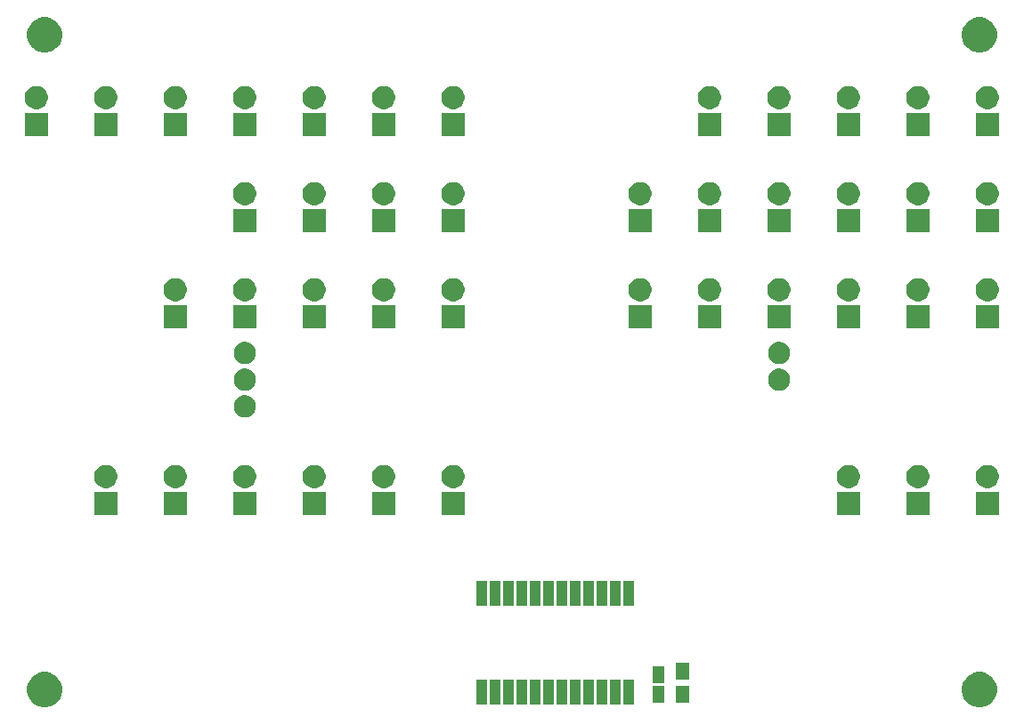
<source format=gbr>
G04 #@! TF.GenerationSoftware,KiCad,Pcbnew,(5.0.2)-1*
G04 #@! TF.CreationDate,2020-05-31T20:05:05-05:00*
G04 #@! TF.ProjectId,Binary_Display,42696e61-7279-45f4-9469-73706c61792e,rev?*
G04 #@! TF.SameCoordinates,Original*
G04 #@! TF.FileFunction,Soldermask,Top*
G04 #@! TF.FilePolarity,Negative*
%FSLAX46Y46*%
G04 Gerber Fmt 4.6, Leading zero omitted, Abs format (unit mm)*
G04 Created by KiCad (PCBNEW (5.0.2)-1) date 5/31/2020 8:05:05 PM*
%MOMM*%
%LPD*%
G01*
G04 APERTURE LIST*
%ADD10C,0.100000*%
G04 APERTURE END LIST*
D10*
G36*
X210083774Y-138644820D02*
X210388277Y-138770949D01*
X210660477Y-138952827D01*
X210662326Y-138954063D01*
X210895377Y-139187114D01*
X210895379Y-139187117D01*
X211078491Y-139461163D01*
X211204620Y-139765666D01*
X211268920Y-140088924D01*
X211268920Y-140418516D01*
X211204620Y-140741774D01*
X211078491Y-141046277D01*
X210896613Y-141318477D01*
X210895377Y-141320326D01*
X210662326Y-141553377D01*
X210662323Y-141553379D01*
X210388277Y-141736491D01*
X210083774Y-141862620D01*
X209760517Y-141926920D01*
X209430923Y-141926920D01*
X209107666Y-141862620D01*
X208803163Y-141736491D01*
X208529117Y-141553379D01*
X208529114Y-141553377D01*
X208296063Y-141320326D01*
X208294827Y-141318477D01*
X208112949Y-141046277D01*
X207986820Y-140741774D01*
X207922520Y-140418516D01*
X207922520Y-140088924D01*
X207986820Y-139765666D01*
X208112949Y-139461163D01*
X208296061Y-139187117D01*
X208296063Y-139187114D01*
X208529114Y-138954063D01*
X208530963Y-138952827D01*
X208803163Y-138770949D01*
X209107666Y-138644820D01*
X209430923Y-138580520D01*
X209760517Y-138580520D01*
X210083774Y-138644820D01*
X210083774Y-138644820D01*
G37*
G36*
X121193934Y-138644820D02*
X121498437Y-138770949D01*
X121770637Y-138952827D01*
X121772486Y-138954063D01*
X122005537Y-139187114D01*
X122005539Y-139187117D01*
X122188651Y-139461163D01*
X122314780Y-139765666D01*
X122379080Y-140088924D01*
X122379080Y-140418516D01*
X122314780Y-140741774D01*
X122188651Y-141046277D01*
X122006773Y-141318477D01*
X122005537Y-141320326D01*
X121772486Y-141553377D01*
X121772483Y-141553379D01*
X121498437Y-141736491D01*
X121193934Y-141862620D01*
X120870677Y-141926920D01*
X120541083Y-141926920D01*
X120217826Y-141862620D01*
X119913323Y-141736491D01*
X119639277Y-141553379D01*
X119639274Y-141553377D01*
X119406223Y-141320326D01*
X119404987Y-141318477D01*
X119223109Y-141046277D01*
X119096980Y-140741774D01*
X119032680Y-140418516D01*
X119032680Y-140088924D01*
X119096980Y-139765666D01*
X119223109Y-139461163D01*
X119406221Y-139187117D01*
X119406223Y-139187114D01*
X119639274Y-138954063D01*
X119641123Y-138952827D01*
X119913323Y-138770949D01*
X120217826Y-138644820D01*
X120541083Y-138580520D01*
X120870677Y-138580520D01*
X121193934Y-138644820D01*
X121193934Y-138644820D01*
G37*
G36*
X174236000Y-141664000D02*
X173236000Y-141664000D01*
X173236000Y-139264000D01*
X174236000Y-139264000D01*
X174236000Y-141664000D01*
X174236000Y-141664000D01*
G37*
G36*
X175506000Y-141664000D02*
X174506000Y-141664000D01*
X174506000Y-139264000D01*
X175506000Y-139264000D01*
X175506000Y-141664000D01*
X175506000Y-141664000D01*
G37*
G36*
X171696000Y-141664000D02*
X170696000Y-141664000D01*
X170696000Y-139264000D01*
X171696000Y-139264000D01*
X171696000Y-141664000D01*
X171696000Y-141664000D01*
G37*
G36*
X170426000Y-141664000D02*
X169426000Y-141664000D01*
X169426000Y-139264000D01*
X170426000Y-139264000D01*
X170426000Y-141664000D01*
X170426000Y-141664000D01*
G37*
G36*
X169156000Y-141664000D02*
X168156000Y-141664000D01*
X168156000Y-139264000D01*
X169156000Y-139264000D01*
X169156000Y-141664000D01*
X169156000Y-141664000D01*
G37*
G36*
X167886000Y-141664000D02*
X166886000Y-141664000D01*
X166886000Y-139264000D01*
X167886000Y-139264000D01*
X167886000Y-141664000D01*
X167886000Y-141664000D01*
G37*
G36*
X166616000Y-141664000D02*
X165616000Y-141664000D01*
X165616000Y-139264000D01*
X166616000Y-139264000D01*
X166616000Y-141664000D01*
X166616000Y-141664000D01*
G37*
G36*
X165346000Y-141664000D02*
X164346000Y-141664000D01*
X164346000Y-139264000D01*
X165346000Y-139264000D01*
X165346000Y-141664000D01*
X165346000Y-141664000D01*
G37*
G36*
X164076000Y-141664000D02*
X163076000Y-141664000D01*
X163076000Y-139264000D01*
X164076000Y-139264000D01*
X164076000Y-141664000D01*
X164076000Y-141664000D01*
G37*
G36*
X162806000Y-141664000D02*
X161806000Y-141664000D01*
X161806000Y-139264000D01*
X162806000Y-139264000D01*
X162806000Y-141664000D01*
X162806000Y-141664000D01*
G37*
G36*
X176776000Y-141664000D02*
X175776000Y-141664000D01*
X175776000Y-139264000D01*
X176776000Y-139264000D01*
X176776000Y-141664000D01*
X176776000Y-141664000D01*
G37*
G36*
X172966000Y-141664000D02*
X171966000Y-141664000D01*
X171966000Y-139264000D01*
X172966000Y-139264000D01*
X172966000Y-141664000D01*
X172966000Y-141664000D01*
G37*
G36*
X179645000Y-141516000D02*
X178495000Y-141516000D01*
X178495000Y-139916000D01*
X179645000Y-139916000D01*
X179645000Y-141516000D01*
X179645000Y-141516000D01*
G37*
G36*
X182006000Y-141516000D02*
X180706000Y-141516000D01*
X180706000Y-139916000D01*
X182006000Y-139916000D01*
X182006000Y-141516000D01*
X182006000Y-141516000D01*
G37*
G36*
X179645000Y-139616000D02*
X178495000Y-139616000D01*
X178495000Y-138016000D01*
X179645000Y-138016000D01*
X179645000Y-139616000D01*
X179645000Y-139616000D01*
G37*
G36*
X182006000Y-139316000D02*
X180706000Y-139316000D01*
X180706000Y-137716000D01*
X182006000Y-137716000D01*
X182006000Y-139316000D01*
X182006000Y-139316000D01*
G37*
G36*
X164076000Y-132264000D02*
X163076000Y-132264000D01*
X163076000Y-129864000D01*
X164076000Y-129864000D01*
X164076000Y-132264000D01*
X164076000Y-132264000D01*
G37*
G36*
X166616000Y-132264000D02*
X165616000Y-132264000D01*
X165616000Y-129864000D01*
X166616000Y-129864000D01*
X166616000Y-132264000D01*
X166616000Y-132264000D01*
G37*
G36*
X167886000Y-132264000D02*
X166886000Y-132264000D01*
X166886000Y-129864000D01*
X167886000Y-129864000D01*
X167886000Y-132264000D01*
X167886000Y-132264000D01*
G37*
G36*
X169156000Y-132264000D02*
X168156000Y-132264000D01*
X168156000Y-129864000D01*
X169156000Y-129864000D01*
X169156000Y-132264000D01*
X169156000Y-132264000D01*
G37*
G36*
X170426000Y-132264000D02*
X169426000Y-132264000D01*
X169426000Y-129864000D01*
X170426000Y-129864000D01*
X170426000Y-132264000D01*
X170426000Y-132264000D01*
G37*
G36*
X171696000Y-132264000D02*
X170696000Y-132264000D01*
X170696000Y-129864000D01*
X171696000Y-129864000D01*
X171696000Y-132264000D01*
X171696000Y-132264000D01*
G37*
G36*
X174236000Y-132264000D02*
X173236000Y-132264000D01*
X173236000Y-129864000D01*
X174236000Y-129864000D01*
X174236000Y-132264000D01*
X174236000Y-132264000D01*
G37*
G36*
X176776000Y-132264000D02*
X175776000Y-132264000D01*
X175776000Y-129864000D01*
X176776000Y-129864000D01*
X176776000Y-132264000D01*
X176776000Y-132264000D01*
G37*
G36*
X172966000Y-132264000D02*
X171966000Y-132264000D01*
X171966000Y-129864000D01*
X172966000Y-129864000D01*
X172966000Y-132264000D01*
X172966000Y-132264000D01*
G37*
G36*
X162806000Y-132264000D02*
X161806000Y-132264000D01*
X161806000Y-129864000D01*
X162806000Y-129864000D01*
X162806000Y-132264000D01*
X162806000Y-132264000D01*
G37*
G36*
X175506000Y-132264000D02*
X174506000Y-132264000D01*
X174506000Y-129864000D01*
X175506000Y-129864000D01*
X175506000Y-132264000D01*
X175506000Y-132264000D01*
G37*
G36*
X165346000Y-132264000D02*
X164346000Y-132264000D01*
X164346000Y-129864000D01*
X165346000Y-129864000D01*
X165346000Y-132264000D01*
X165346000Y-132264000D01*
G37*
G36*
X140850800Y-123604200D02*
X138650800Y-123604200D01*
X138650800Y-121404200D01*
X140850800Y-121404200D01*
X140850800Y-123604200D01*
X140850800Y-123604200D01*
G37*
G36*
X211462800Y-123604200D02*
X209262800Y-123604200D01*
X209262800Y-121404200D01*
X211462800Y-121404200D01*
X211462800Y-123604200D01*
X211462800Y-123604200D01*
G37*
G36*
X198254800Y-123604200D02*
X196054800Y-123604200D01*
X196054800Y-121404200D01*
X198254800Y-121404200D01*
X198254800Y-123604200D01*
X198254800Y-123604200D01*
G37*
G36*
X127642800Y-123604200D02*
X125442800Y-123604200D01*
X125442800Y-121404200D01*
X127642800Y-121404200D01*
X127642800Y-123604200D01*
X127642800Y-123604200D01*
G37*
G36*
X134246800Y-123604200D02*
X132046800Y-123604200D01*
X132046800Y-121404200D01*
X134246800Y-121404200D01*
X134246800Y-123604200D01*
X134246800Y-123604200D01*
G37*
G36*
X147454800Y-123604200D02*
X145254800Y-123604200D01*
X145254800Y-121404200D01*
X147454800Y-121404200D01*
X147454800Y-123604200D01*
X147454800Y-123604200D01*
G37*
G36*
X154058800Y-123604200D02*
X151858800Y-123604200D01*
X151858800Y-121404200D01*
X154058800Y-121404200D01*
X154058800Y-123604200D01*
X154058800Y-123604200D01*
G37*
G36*
X204858800Y-123604200D02*
X202658800Y-123604200D01*
X202658800Y-121404200D01*
X204858800Y-121404200D01*
X204858800Y-123604200D01*
X204858800Y-123604200D01*
G37*
G36*
X160662800Y-123604200D02*
X158462800Y-123604200D01*
X158462800Y-121404200D01*
X160662800Y-121404200D01*
X160662800Y-123604200D01*
X160662800Y-123604200D01*
G37*
G36*
X204079657Y-118906472D02*
X204279842Y-118989391D01*
X204460013Y-119109778D01*
X204613222Y-119262987D01*
X204733609Y-119443158D01*
X204816528Y-119643343D01*
X204858800Y-119855858D01*
X204858800Y-120072542D01*
X204816528Y-120285057D01*
X204733609Y-120485242D01*
X204613222Y-120665413D01*
X204460013Y-120818622D01*
X204279842Y-120939009D01*
X204079657Y-121021928D01*
X203867142Y-121064200D01*
X203650458Y-121064200D01*
X203437943Y-121021928D01*
X203237758Y-120939009D01*
X203057587Y-120818622D01*
X202904378Y-120665413D01*
X202783991Y-120485242D01*
X202701072Y-120285057D01*
X202658800Y-120072542D01*
X202658800Y-119855858D01*
X202701072Y-119643343D01*
X202783991Y-119443158D01*
X202904378Y-119262987D01*
X203057587Y-119109778D01*
X203237758Y-118989391D01*
X203437943Y-118906472D01*
X203650458Y-118864200D01*
X203867142Y-118864200D01*
X204079657Y-118906472D01*
X204079657Y-118906472D01*
G37*
G36*
X133467657Y-118906472D02*
X133667842Y-118989391D01*
X133848013Y-119109778D01*
X134001222Y-119262987D01*
X134121609Y-119443158D01*
X134204528Y-119643343D01*
X134246800Y-119855858D01*
X134246800Y-120072542D01*
X134204528Y-120285057D01*
X134121609Y-120485242D01*
X134001222Y-120665413D01*
X133848013Y-120818622D01*
X133667842Y-120939009D01*
X133467657Y-121021928D01*
X133255142Y-121064200D01*
X133038458Y-121064200D01*
X132825943Y-121021928D01*
X132625758Y-120939009D01*
X132445587Y-120818622D01*
X132292378Y-120665413D01*
X132171991Y-120485242D01*
X132089072Y-120285057D01*
X132046800Y-120072542D01*
X132046800Y-119855858D01*
X132089072Y-119643343D01*
X132171991Y-119443158D01*
X132292378Y-119262987D01*
X132445587Y-119109778D01*
X132625758Y-118989391D01*
X132825943Y-118906472D01*
X133038458Y-118864200D01*
X133255142Y-118864200D01*
X133467657Y-118906472D01*
X133467657Y-118906472D01*
G37*
G36*
X140071657Y-118906472D02*
X140271842Y-118989391D01*
X140452013Y-119109778D01*
X140605222Y-119262987D01*
X140725609Y-119443158D01*
X140808528Y-119643343D01*
X140850800Y-119855858D01*
X140850800Y-120072542D01*
X140808528Y-120285057D01*
X140725609Y-120485242D01*
X140605222Y-120665413D01*
X140452013Y-120818622D01*
X140271842Y-120939009D01*
X140071657Y-121021928D01*
X139859142Y-121064200D01*
X139642458Y-121064200D01*
X139429943Y-121021928D01*
X139229758Y-120939009D01*
X139049587Y-120818622D01*
X138896378Y-120665413D01*
X138775991Y-120485242D01*
X138693072Y-120285057D01*
X138650800Y-120072542D01*
X138650800Y-119855858D01*
X138693072Y-119643343D01*
X138775991Y-119443158D01*
X138896378Y-119262987D01*
X139049587Y-119109778D01*
X139229758Y-118989391D01*
X139429943Y-118906472D01*
X139642458Y-118864200D01*
X139859142Y-118864200D01*
X140071657Y-118906472D01*
X140071657Y-118906472D01*
G37*
G36*
X146675657Y-118906472D02*
X146875842Y-118989391D01*
X147056013Y-119109778D01*
X147209222Y-119262987D01*
X147329609Y-119443158D01*
X147412528Y-119643343D01*
X147454800Y-119855858D01*
X147454800Y-120072542D01*
X147412528Y-120285057D01*
X147329609Y-120485242D01*
X147209222Y-120665413D01*
X147056013Y-120818622D01*
X146875842Y-120939009D01*
X146675657Y-121021928D01*
X146463142Y-121064200D01*
X146246458Y-121064200D01*
X146033943Y-121021928D01*
X145833758Y-120939009D01*
X145653587Y-120818622D01*
X145500378Y-120665413D01*
X145379991Y-120485242D01*
X145297072Y-120285057D01*
X145254800Y-120072542D01*
X145254800Y-119855858D01*
X145297072Y-119643343D01*
X145379991Y-119443158D01*
X145500378Y-119262987D01*
X145653587Y-119109778D01*
X145833758Y-118989391D01*
X146033943Y-118906472D01*
X146246458Y-118864200D01*
X146463142Y-118864200D01*
X146675657Y-118906472D01*
X146675657Y-118906472D01*
G37*
G36*
X153279657Y-118906472D02*
X153479842Y-118989391D01*
X153660013Y-119109778D01*
X153813222Y-119262987D01*
X153933609Y-119443158D01*
X154016528Y-119643343D01*
X154058800Y-119855858D01*
X154058800Y-120072542D01*
X154016528Y-120285057D01*
X153933609Y-120485242D01*
X153813222Y-120665413D01*
X153660013Y-120818622D01*
X153479842Y-120939009D01*
X153279657Y-121021928D01*
X153067142Y-121064200D01*
X152850458Y-121064200D01*
X152637943Y-121021928D01*
X152437758Y-120939009D01*
X152257587Y-120818622D01*
X152104378Y-120665413D01*
X151983991Y-120485242D01*
X151901072Y-120285057D01*
X151858800Y-120072542D01*
X151858800Y-119855858D01*
X151901072Y-119643343D01*
X151983991Y-119443158D01*
X152104378Y-119262987D01*
X152257587Y-119109778D01*
X152437758Y-118989391D01*
X152637943Y-118906472D01*
X152850458Y-118864200D01*
X153067142Y-118864200D01*
X153279657Y-118906472D01*
X153279657Y-118906472D01*
G37*
G36*
X159883657Y-118906472D02*
X160083842Y-118989391D01*
X160264013Y-119109778D01*
X160417222Y-119262987D01*
X160537609Y-119443158D01*
X160620528Y-119643343D01*
X160662800Y-119855858D01*
X160662800Y-120072542D01*
X160620528Y-120285057D01*
X160537609Y-120485242D01*
X160417222Y-120665413D01*
X160264013Y-120818622D01*
X160083842Y-120939009D01*
X159883657Y-121021928D01*
X159671142Y-121064200D01*
X159454458Y-121064200D01*
X159241943Y-121021928D01*
X159041758Y-120939009D01*
X158861587Y-120818622D01*
X158708378Y-120665413D01*
X158587991Y-120485242D01*
X158505072Y-120285057D01*
X158462800Y-120072542D01*
X158462800Y-119855858D01*
X158505072Y-119643343D01*
X158587991Y-119443158D01*
X158708378Y-119262987D01*
X158861587Y-119109778D01*
X159041758Y-118989391D01*
X159241943Y-118906472D01*
X159454458Y-118864200D01*
X159671142Y-118864200D01*
X159883657Y-118906472D01*
X159883657Y-118906472D01*
G37*
G36*
X197475657Y-118906472D02*
X197675842Y-118989391D01*
X197856013Y-119109778D01*
X198009222Y-119262987D01*
X198129609Y-119443158D01*
X198212528Y-119643343D01*
X198254800Y-119855858D01*
X198254800Y-120072542D01*
X198212528Y-120285057D01*
X198129609Y-120485242D01*
X198009222Y-120665413D01*
X197856013Y-120818622D01*
X197675842Y-120939009D01*
X197475657Y-121021928D01*
X197263142Y-121064200D01*
X197046458Y-121064200D01*
X196833943Y-121021928D01*
X196633758Y-120939009D01*
X196453587Y-120818622D01*
X196300378Y-120665413D01*
X196179991Y-120485242D01*
X196097072Y-120285057D01*
X196054800Y-120072542D01*
X196054800Y-119855858D01*
X196097072Y-119643343D01*
X196179991Y-119443158D01*
X196300378Y-119262987D01*
X196453587Y-119109778D01*
X196633758Y-118989391D01*
X196833943Y-118906472D01*
X197046458Y-118864200D01*
X197263142Y-118864200D01*
X197475657Y-118906472D01*
X197475657Y-118906472D01*
G37*
G36*
X210683657Y-118906472D02*
X210883842Y-118989391D01*
X211064013Y-119109778D01*
X211217222Y-119262987D01*
X211337609Y-119443158D01*
X211420528Y-119643343D01*
X211462800Y-119855858D01*
X211462800Y-120072542D01*
X211420528Y-120285057D01*
X211337609Y-120485242D01*
X211217222Y-120665413D01*
X211064013Y-120818622D01*
X210883842Y-120939009D01*
X210683657Y-121021928D01*
X210471142Y-121064200D01*
X210254458Y-121064200D01*
X210041943Y-121021928D01*
X209841758Y-120939009D01*
X209661587Y-120818622D01*
X209508378Y-120665413D01*
X209387991Y-120485242D01*
X209305072Y-120285057D01*
X209262800Y-120072542D01*
X209262800Y-119855858D01*
X209305072Y-119643343D01*
X209387991Y-119443158D01*
X209508378Y-119262987D01*
X209661587Y-119109778D01*
X209841758Y-118989391D01*
X210041943Y-118906472D01*
X210254458Y-118864200D01*
X210471142Y-118864200D01*
X210683657Y-118906472D01*
X210683657Y-118906472D01*
G37*
G36*
X126863657Y-118906472D02*
X127063842Y-118989391D01*
X127244013Y-119109778D01*
X127397222Y-119262987D01*
X127517609Y-119443158D01*
X127600528Y-119643343D01*
X127642800Y-119855858D01*
X127642800Y-120072542D01*
X127600528Y-120285057D01*
X127517609Y-120485242D01*
X127397222Y-120665413D01*
X127244013Y-120818622D01*
X127063842Y-120939009D01*
X126863657Y-121021928D01*
X126651142Y-121064200D01*
X126434458Y-121064200D01*
X126221943Y-121021928D01*
X126021758Y-120939009D01*
X125841587Y-120818622D01*
X125688378Y-120665413D01*
X125567991Y-120485242D01*
X125485072Y-120285057D01*
X125442800Y-120072542D01*
X125442800Y-119855858D01*
X125485072Y-119643343D01*
X125567991Y-119443158D01*
X125688378Y-119262987D01*
X125841587Y-119109778D01*
X126021758Y-118989391D01*
X126221943Y-118906472D01*
X126434458Y-118864200D01*
X126651142Y-118864200D01*
X126863657Y-118906472D01*
X126863657Y-118906472D01*
G37*
G36*
X139876688Y-112238470D02*
X140057074Y-112274350D01*
X140248162Y-112353502D01*
X140420136Y-112468411D01*
X140566389Y-112614664D01*
X140681298Y-112786638D01*
X140760450Y-112977726D01*
X140800800Y-113180584D01*
X140800800Y-113387416D01*
X140760450Y-113590274D01*
X140681298Y-113781362D01*
X140566389Y-113953336D01*
X140420136Y-114099589D01*
X140248162Y-114214498D01*
X140057074Y-114293650D01*
X139876688Y-114329530D01*
X139854217Y-114334000D01*
X139647383Y-114334000D01*
X139624912Y-114329530D01*
X139444526Y-114293650D01*
X139253438Y-114214498D01*
X139081464Y-114099589D01*
X138935211Y-113953336D01*
X138820302Y-113781362D01*
X138741150Y-113590274D01*
X138700800Y-113387416D01*
X138700800Y-113180584D01*
X138741150Y-112977726D01*
X138820302Y-112786638D01*
X138935211Y-112614664D01*
X139081464Y-112468411D01*
X139253438Y-112353502D01*
X139444526Y-112274350D01*
X139624912Y-112238470D01*
X139647383Y-112234000D01*
X139854217Y-112234000D01*
X139876688Y-112238470D01*
X139876688Y-112238470D01*
G37*
G36*
X139876688Y-109698470D02*
X140057074Y-109734350D01*
X140248162Y-109813502D01*
X140420136Y-109928411D01*
X140566389Y-110074664D01*
X140681298Y-110246638D01*
X140760450Y-110437726D01*
X140800800Y-110640584D01*
X140800800Y-110847416D01*
X140760450Y-111050274D01*
X140681298Y-111241362D01*
X140566389Y-111413336D01*
X140420136Y-111559589D01*
X140248162Y-111674498D01*
X140057074Y-111753650D01*
X139876688Y-111789530D01*
X139854217Y-111794000D01*
X139647383Y-111794000D01*
X139624912Y-111789530D01*
X139444526Y-111753650D01*
X139253438Y-111674498D01*
X139081464Y-111559589D01*
X138935211Y-111413336D01*
X138820302Y-111241362D01*
X138741150Y-111050274D01*
X138700800Y-110847416D01*
X138700800Y-110640584D01*
X138741150Y-110437726D01*
X138820302Y-110246638D01*
X138935211Y-110074664D01*
X139081464Y-109928411D01*
X139253438Y-109813502D01*
X139444526Y-109734350D01*
X139624912Y-109698470D01*
X139647383Y-109694000D01*
X139854217Y-109694000D01*
X139876688Y-109698470D01*
X139876688Y-109698470D01*
G37*
G36*
X190676688Y-109698470D02*
X190857074Y-109734350D01*
X191048162Y-109813502D01*
X191220136Y-109928411D01*
X191366389Y-110074664D01*
X191481298Y-110246638D01*
X191560450Y-110437726D01*
X191600800Y-110640584D01*
X191600800Y-110847416D01*
X191560450Y-111050274D01*
X191481298Y-111241362D01*
X191366389Y-111413336D01*
X191220136Y-111559589D01*
X191048162Y-111674498D01*
X190857074Y-111753650D01*
X190676688Y-111789530D01*
X190654217Y-111794000D01*
X190447383Y-111794000D01*
X190424912Y-111789530D01*
X190244526Y-111753650D01*
X190053438Y-111674498D01*
X189881464Y-111559589D01*
X189735211Y-111413336D01*
X189620302Y-111241362D01*
X189541150Y-111050274D01*
X189500800Y-110847416D01*
X189500800Y-110640584D01*
X189541150Y-110437726D01*
X189620302Y-110246638D01*
X189735211Y-110074664D01*
X189881464Y-109928411D01*
X190053438Y-109813502D01*
X190244526Y-109734350D01*
X190424912Y-109698470D01*
X190447383Y-109694000D01*
X190654217Y-109694000D01*
X190676688Y-109698470D01*
X190676688Y-109698470D01*
G37*
G36*
X190676688Y-107158470D02*
X190857074Y-107194350D01*
X191048162Y-107273502D01*
X191220136Y-107388411D01*
X191366389Y-107534664D01*
X191481298Y-107706638D01*
X191560450Y-107897726D01*
X191600800Y-108100584D01*
X191600800Y-108307416D01*
X191560450Y-108510274D01*
X191481298Y-108701362D01*
X191366389Y-108873336D01*
X191220136Y-109019589D01*
X191048162Y-109134498D01*
X190857074Y-109213650D01*
X190676688Y-109249530D01*
X190654217Y-109254000D01*
X190447383Y-109254000D01*
X190424912Y-109249530D01*
X190244526Y-109213650D01*
X190053438Y-109134498D01*
X189881464Y-109019589D01*
X189735211Y-108873336D01*
X189620302Y-108701362D01*
X189541150Y-108510274D01*
X189500800Y-108307416D01*
X189500800Y-108100584D01*
X189541150Y-107897726D01*
X189620302Y-107706638D01*
X189735211Y-107534664D01*
X189881464Y-107388411D01*
X190053438Y-107273502D01*
X190244526Y-107194350D01*
X190424912Y-107158470D01*
X190447383Y-107154000D01*
X190654217Y-107154000D01*
X190676688Y-107158470D01*
X190676688Y-107158470D01*
G37*
G36*
X139876688Y-107158470D02*
X140057074Y-107194350D01*
X140248162Y-107273502D01*
X140420136Y-107388411D01*
X140566389Y-107534664D01*
X140681298Y-107706638D01*
X140760450Y-107897726D01*
X140800800Y-108100584D01*
X140800800Y-108307416D01*
X140760450Y-108510274D01*
X140681298Y-108701362D01*
X140566389Y-108873336D01*
X140420136Y-109019589D01*
X140248162Y-109134498D01*
X140057074Y-109213650D01*
X139876688Y-109249530D01*
X139854217Y-109254000D01*
X139647383Y-109254000D01*
X139624912Y-109249530D01*
X139444526Y-109213650D01*
X139253438Y-109134498D01*
X139081464Y-109019589D01*
X138935211Y-108873336D01*
X138820302Y-108701362D01*
X138741150Y-108510274D01*
X138700800Y-108307416D01*
X138700800Y-108100584D01*
X138741150Y-107897726D01*
X138820302Y-107706638D01*
X138935211Y-107534664D01*
X139081464Y-107388411D01*
X139253438Y-107273502D01*
X139444526Y-107194350D01*
X139624912Y-107158470D01*
X139647383Y-107154000D01*
X139854217Y-107154000D01*
X139876688Y-107158470D01*
X139876688Y-107158470D01*
G37*
G36*
X191650800Y-105824200D02*
X189450800Y-105824200D01*
X189450800Y-103624200D01*
X191650800Y-103624200D01*
X191650800Y-105824200D01*
X191650800Y-105824200D01*
G37*
G36*
X198254800Y-105824200D02*
X196054800Y-105824200D01*
X196054800Y-103624200D01*
X198254800Y-103624200D01*
X198254800Y-105824200D01*
X198254800Y-105824200D01*
G37*
G36*
X185046800Y-105824200D02*
X182846800Y-105824200D01*
X182846800Y-103624200D01*
X185046800Y-103624200D01*
X185046800Y-105824200D01*
X185046800Y-105824200D01*
G37*
G36*
X204858800Y-105824200D02*
X202658800Y-105824200D01*
X202658800Y-103624200D01*
X204858800Y-103624200D01*
X204858800Y-105824200D01*
X204858800Y-105824200D01*
G37*
G36*
X211462800Y-105824200D02*
X209262800Y-105824200D01*
X209262800Y-103624200D01*
X211462800Y-103624200D01*
X211462800Y-105824200D01*
X211462800Y-105824200D01*
G37*
G36*
X160662800Y-105824200D02*
X158462800Y-105824200D01*
X158462800Y-103624200D01*
X160662800Y-103624200D01*
X160662800Y-105824200D01*
X160662800Y-105824200D01*
G37*
G36*
X178442800Y-105824200D02*
X176242800Y-105824200D01*
X176242800Y-103624200D01*
X178442800Y-103624200D01*
X178442800Y-105824200D01*
X178442800Y-105824200D01*
G37*
G36*
X140850800Y-105824200D02*
X138650800Y-105824200D01*
X138650800Y-103624200D01*
X140850800Y-103624200D01*
X140850800Y-105824200D01*
X140850800Y-105824200D01*
G37*
G36*
X134246800Y-105824200D02*
X132046800Y-105824200D01*
X132046800Y-103624200D01*
X134246800Y-103624200D01*
X134246800Y-105824200D01*
X134246800Y-105824200D01*
G37*
G36*
X154058800Y-105824200D02*
X151858800Y-105824200D01*
X151858800Y-103624200D01*
X154058800Y-103624200D01*
X154058800Y-105824200D01*
X154058800Y-105824200D01*
G37*
G36*
X147454800Y-105824200D02*
X145254800Y-105824200D01*
X145254800Y-103624200D01*
X147454800Y-103624200D01*
X147454800Y-105824200D01*
X147454800Y-105824200D01*
G37*
G36*
X146675657Y-101126472D02*
X146875842Y-101209391D01*
X147056013Y-101329778D01*
X147209222Y-101482987D01*
X147329609Y-101663158D01*
X147412528Y-101863343D01*
X147454800Y-102075858D01*
X147454800Y-102292542D01*
X147412528Y-102505057D01*
X147329609Y-102705242D01*
X147209222Y-102885413D01*
X147056013Y-103038622D01*
X146875842Y-103159009D01*
X146675657Y-103241928D01*
X146463142Y-103284200D01*
X146246458Y-103284200D01*
X146033943Y-103241928D01*
X145833758Y-103159009D01*
X145653587Y-103038622D01*
X145500378Y-102885413D01*
X145379991Y-102705242D01*
X145297072Y-102505057D01*
X145254800Y-102292542D01*
X145254800Y-102075858D01*
X145297072Y-101863343D01*
X145379991Y-101663158D01*
X145500378Y-101482987D01*
X145653587Y-101329778D01*
X145833758Y-101209391D01*
X146033943Y-101126472D01*
X146246458Y-101084200D01*
X146463142Y-101084200D01*
X146675657Y-101126472D01*
X146675657Y-101126472D01*
G37*
G36*
X184267657Y-101126472D02*
X184467842Y-101209391D01*
X184648013Y-101329778D01*
X184801222Y-101482987D01*
X184921609Y-101663158D01*
X185004528Y-101863343D01*
X185046800Y-102075858D01*
X185046800Y-102292542D01*
X185004528Y-102505057D01*
X184921609Y-102705242D01*
X184801222Y-102885413D01*
X184648013Y-103038622D01*
X184467842Y-103159009D01*
X184267657Y-103241928D01*
X184055142Y-103284200D01*
X183838458Y-103284200D01*
X183625943Y-103241928D01*
X183425758Y-103159009D01*
X183245587Y-103038622D01*
X183092378Y-102885413D01*
X182971991Y-102705242D01*
X182889072Y-102505057D01*
X182846800Y-102292542D01*
X182846800Y-102075858D01*
X182889072Y-101863343D01*
X182971991Y-101663158D01*
X183092378Y-101482987D01*
X183245587Y-101329778D01*
X183425758Y-101209391D01*
X183625943Y-101126472D01*
X183838458Y-101084200D01*
X184055142Y-101084200D01*
X184267657Y-101126472D01*
X184267657Y-101126472D01*
G37*
G36*
X133467657Y-101126472D02*
X133667842Y-101209391D01*
X133848013Y-101329778D01*
X134001222Y-101482987D01*
X134121609Y-101663158D01*
X134204528Y-101863343D01*
X134246800Y-102075858D01*
X134246800Y-102292542D01*
X134204528Y-102505057D01*
X134121609Y-102705242D01*
X134001222Y-102885413D01*
X133848013Y-103038622D01*
X133667842Y-103159009D01*
X133467657Y-103241928D01*
X133255142Y-103284200D01*
X133038458Y-103284200D01*
X132825943Y-103241928D01*
X132625758Y-103159009D01*
X132445587Y-103038622D01*
X132292378Y-102885413D01*
X132171991Y-102705242D01*
X132089072Y-102505057D01*
X132046800Y-102292542D01*
X132046800Y-102075858D01*
X132089072Y-101863343D01*
X132171991Y-101663158D01*
X132292378Y-101482987D01*
X132445587Y-101329778D01*
X132625758Y-101209391D01*
X132825943Y-101126472D01*
X133038458Y-101084200D01*
X133255142Y-101084200D01*
X133467657Y-101126472D01*
X133467657Y-101126472D01*
G37*
G36*
X140071657Y-101126472D02*
X140271842Y-101209391D01*
X140452013Y-101329778D01*
X140605222Y-101482987D01*
X140725609Y-101663158D01*
X140808528Y-101863343D01*
X140850800Y-102075858D01*
X140850800Y-102292542D01*
X140808528Y-102505057D01*
X140725609Y-102705242D01*
X140605222Y-102885413D01*
X140452013Y-103038622D01*
X140271842Y-103159009D01*
X140071657Y-103241928D01*
X139859142Y-103284200D01*
X139642458Y-103284200D01*
X139429943Y-103241928D01*
X139229758Y-103159009D01*
X139049587Y-103038622D01*
X138896378Y-102885413D01*
X138775991Y-102705242D01*
X138693072Y-102505057D01*
X138650800Y-102292542D01*
X138650800Y-102075858D01*
X138693072Y-101863343D01*
X138775991Y-101663158D01*
X138896378Y-101482987D01*
X139049587Y-101329778D01*
X139229758Y-101209391D01*
X139429943Y-101126472D01*
X139642458Y-101084200D01*
X139859142Y-101084200D01*
X140071657Y-101126472D01*
X140071657Y-101126472D01*
G37*
G36*
X153279657Y-101126472D02*
X153479842Y-101209391D01*
X153660013Y-101329778D01*
X153813222Y-101482987D01*
X153933609Y-101663158D01*
X154016528Y-101863343D01*
X154058800Y-102075858D01*
X154058800Y-102292542D01*
X154016528Y-102505057D01*
X153933609Y-102705242D01*
X153813222Y-102885413D01*
X153660013Y-103038622D01*
X153479842Y-103159009D01*
X153279657Y-103241928D01*
X153067142Y-103284200D01*
X152850458Y-103284200D01*
X152637943Y-103241928D01*
X152437758Y-103159009D01*
X152257587Y-103038622D01*
X152104378Y-102885413D01*
X151983991Y-102705242D01*
X151901072Y-102505057D01*
X151858800Y-102292542D01*
X151858800Y-102075858D01*
X151901072Y-101863343D01*
X151983991Y-101663158D01*
X152104378Y-101482987D01*
X152257587Y-101329778D01*
X152437758Y-101209391D01*
X152637943Y-101126472D01*
X152850458Y-101084200D01*
X153067142Y-101084200D01*
X153279657Y-101126472D01*
X153279657Y-101126472D01*
G37*
G36*
X159883657Y-101126472D02*
X160083842Y-101209391D01*
X160264013Y-101329778D01*
X160417222Y-101482987D01*
X160537609Y-101663158D01*
X160620528Y-101863343D01*
X160662800Y-102075858D01*
X160662800Y-102292542D01*
X160620528Y-102505057D01*
X160537609Y-102705242D01*
X160417222Y-102885413D01*
X160264013Y-103038622D01*
X160083842Y-103159009D01*
X159883657Y-103241928D01*
X159671142Y-103284200D01*
X159454458Y-103284200D01*
X159241943Y-103241928D01*
X159041758Y-103159009D01*
X158861587Y-103038622D01*
X158708378Y-102885413D01*
X158587991Y-102705242D01*
X158505072Y-102505057D01*
X158462800Y-102292542D01*
X158462800Y-102075858D01*
X158505072Y-101863343D01*
X158587991Y-101663158D01*
X158708378Y-101482987D01*
X158861587Y-101329778D01*
X159041758Y-101209391D01*
X159241943Y-101126472D01*
X159454458Y-101084200D01*
X159671142Y-101084200D01*
X159883657Y-101126472D01*
X159883657Y-101126472D01*
G37*
G36*
X210683657Y-101126472D02*
X210883842Y-101209391D01*
X211064013Y-101329778D01*
X211217222Y-101482987D01*
X211337609Y-101663158D01*
X211420528Y-101863343D01*
X211462800Y-102075858D01*
X211462800Y-102292542D01*
X211420528Y-102505057D01*
X211337609Y-102705242D01*
X211217222Y-102885413D01*
X211064013Y-103038622D01*
X210883842Y-103159009D01*
X210683657Y-103241928D01*
X210471142Y-103284200D01*
X210254458Y-103284200D01*
X210041943Y-103241928D01*
X209841758Y-103159009D01*
X209661587Y-103038622D01*
X209508378Y-102885413D01*
X209387991Y-102705242D01*
X209305072Y-102505057D01*
X209262800Y-102292542D01*
X209262800Y-102075858D01*
X209305072Y-101863343D01*
X209387991Y-101663158D01*
X209508378Y-101482987D01*
X209661587Y-101329778D01*
X209841758Y-101209391D01*
X210041943Y-101126472D01*
X210254458Y-101084200D01*
X210471142Y-101084200D01*
X210683657Y-101126472D01*
X210683657Y-101126472D01*
G37*
G36*
X204079657Y-101126472D02*
X204279842Y-101209391D01*
X204460013Y-101329778D01*
X204613222Y-101482987D01*
X204733609Y-101663158D01*
X204816528Y-101863343D01*
X204858800Y-102075858D01*
X204858800Y-102292542D01*
X204816528Y-102505057D01*
X204733609Y-102705242D01*
X204613222Y-102885413D01*
X204460013Y-103038622D01*
X204279842Y-103159009D01*
X204079657Y-103241928D01*
X203867142Y-103284200D01*
X203650458Y-103284200D01*
X203437943Y-103241928D01*
X203237758Y-103159009D01*
X203057587Y-103038622D01*
X202904378Y-102885413D01*
X202783991Y-102705242D01*
X202701072Y-102505057D01*
X202658800Y-102292542D01*
X202658800Y-102075858D01*
X202701072Y-101863343D01*
X202783991Y-101663158D01*
X202904378Y-101482987D01*
X203057587Y-101329778D01*
X203237758Y-101209391D01*
X203437943Y-101126472D01*
X203650458Y-101084200D01*
X203867142Y-101084200D01*
X204079657Y-101126472D01*
X204079657Y-101126472D01*
G37*
G36*
X177663657Y-101126472D02*
X177863842Y-101209391D01*
X178044013Y-101329778D01*
X178197222Y-101482987D01*
X178317609Y-101663158D01*
X178400528Y-101863343D01*
X178442800Y-102075858D01*
X178442800Y-102292542D01*
X178400528Y-102505057D01*
X178317609Y-102705242D01*
X178197222Y-102885413D01*
X178044013Y-103038622D01*
X177863842Y-103159009D01*
X177663657Y-103241928D01*
X177451142Y-103284200D01*
X177234458Y-103284200D01*
X177021943Y-103241928D01*
X176821758Y-103159009D01*
X176641587Y-103038622D01*
X176488378Y-102885413D01*
X176367991Y-102705242D01*
X176285072Y-102505057D01*
X176242800Y-102292542D01*
X176242800Y-102075858D01*
X176285072Y-101863343D01*
X176367991Y-101663158D01*
X176488378Y-101482987D01*
X176641587Y-101329778D01*
X176821758Y-101209391D01*
X177021943Y-101126472D01*
X177234458Y-101084200D01*
X177451142Y-101084200D01*
X177663657Y-101126472D01*
X177663657Y-101126472D01*
G37*
G36*
X197475657Y-101126472D02*
X197675842Y-101209391D01*
X197856013Y-101329778D01*
X198009222Y-101482987D01*
X198129609Y-101663158D01*
X198212528Y-101863343D01*
X198254800Y-102075858D01*
X198254800Y-102292542D01*
X198212528Y-102505057D01*
X198129609Y-102705242D01*
X198009222Y-102885413D01*
X197856013Y-103038622D01*
X197675842Y-103159009D01*
X197475657Y-103241928D01*
X197263142Y-103284200D01*
X197046458Y-103284200D01*
X196833943Y-103241928D01*
X196633758Y-103159009D01*
X196453587Y-103038622D01*
X196300378Y-102885413D01*
X196179991Y-102705242D01*
X196097072Y-102505057D01*
X196054800Y-102292542D01*
X196054800Y-102075858D01*
X196097072Y-101863343D01*
X196179991Y-101663158D01*
X196300378Y-101482987D01*
X196453587Y-101329778D01*
X196633758Y-101209391D01*
X196833943Y-101126472D01*
X197046458Y-101084200D01*
X197263142Y-101084200D01*
X197475657Y-101126472D01*
X197475657Y-101126472D01*
G37*
G36*
X190871657Y-101126472D02*
X191071842Y-101209391D01*
X191252013Y-101329778D01*
X191405222Y-101482987D01*
X191525609Y-101663158D01*
X191608528Y-101863343D01*
X191650800Y-102075858D01*
X191650800Y-102292542D01*
X191608528Y-102505057D01*
X191525609Y-102705242D01*
X191405222Y-102885413D01*
X191252013Y-103038622D01*
X191071842Y-103159009D01*
X190871657Y-103241928D01*
X190659142Y-103284200D01*
X190442458Y-103284200D01*
X190229943Y-103241928D01*
X190029758Y-103159009D01*
X189849587Y-103038622D01*
X189696378Y-102885413D01*
X189575991Y-102705242D01*
X189493072Y-102505057D01*
X189450800Y-102292542D01*
X189450800Y-102075858D01*
X189493072Y-101863343D01*
X189575991Y-101663158D01*
X189696378Y-101482987D01*
X189849587Y-101329778D01*
X190029758Y-101209391D01*
X190229943Y-101126472D01*
X190442458Y-101084200D01*
X190659142Y-101084200D01*
X190871657Y-101126472D01*
X190871657Y-101126472D01*
G37*
G36*
X160662800Y-96680200D02*
X158462800Y-96680200D01*
X158462800Y-94480200D01*
X160662800Y-94480200D01*
X160662800Y-96680200D01*
X160662800Y-96680200D01*
G37*
G36*
X204858800Y-96680200D02*
X202658800Y-96680200D01*
X202658800Y-94480200D01*
X204858800Y-94480200D01*
X204858800Y-96680200D01*
X204858800Y-96680200D01*
G37*
G36*
X211462800Y-96680200D02*
X209262800Y-96680200D01*
X209262800Y-94480200D01*
X211462800Y-94480200D01*
X211462800Y-96680200D01*
X211462800Y-96680200D01*
G37*
G36*
X185046800Y-96680200D02*
X182846800Y-96680200D01*
X182846800Y-94480200D01*
X185046800Y-94480200D01*
X185046800Y-96680200D01*
X185046800Y-96680200D01*
G37*
G36*
X178442800Y-96680200D02*
X176242800Y-96680200D01*
X176242800Y-94480200D01*
X178442800Y-94480200D01*
X178442800Y-96680200D01*
X178442800Y-96680200D01*
G37*
G36*
X198254800Y-96680200D02*
X196054800Y-96680200D01*
X196054800Y-94480200D01*
X198254800Y-94480200D01*
X198254800Y-96680200D01*
X198254800Y-96680200D01*
G37*
G36*
X140850800Y-96680200D02*
X138650800Y-96680200D01*
X138650800Y-94480200D01*
X140850800Y-94480200D01*
X140850800Y-96680200D01*
X140850800Y-96680200D01*
G37*
G36*
X147454800Y-96680200D02*
X145254800Y-96680200D01*
X145254800Y-94480200D01*
X147454800Y-94480200D01*
X147454800Y-96680200D01*
X147454800Y-96680200D01*
G37*
G36*
X154058800Y-96680200D02*
X151858800Y-96680200D01*
X151858800Y-94480200D01*
X154058800Y-94480200D01*
X154058800Y-96680200D01*
X154058800Y-96680200D01*
G37*
G36*
X191650800Y-96680200D02*
X189450800Y-96680200D01*
X189450800Y-94480200D01*
X191650800Y-94480200D01*
X191650800Y-96680200D01*
X191650800Y-96680200D01*
G37*
G36*
X177663657Y-91982472D02*
X177863842Y-92065391D01*
X178044013Y-92185778D01*
X178197222Y-92338987D01*
X178317609Y-92519158D01*
X178400528Y-92719343D01*
X178442800Y-92931858D01*
X178442800Y-93148542D01*
X178400528Y-93361057D01*
X178317609Y-93561242D01*
X178197222Y-93741413D01*
X178044013Y-93894622D01*
X177863842Y-94015009D01*
X177663657Y-94097928D01*
X177451142Y-94140200D01*
X177234458Y-94140200D01*
X177021943Y-94097928D01*
X176821758Y-94015009D01*
X176641587Y-93894622D01*
X176488378Y-93741413D01*
X176367991Y-93561242D01*
X176285072Y-93361057D01*
X176242800Y-93148542D01*
X176242800Y-92931858D01*
X176285072Y-92719343D01*
X176367991Y-92519158D01*
X176488378Y-92338987D01*
X176641587Y-92185778D01*
X176821758Y-92065391D01*
X177021943Y-91982472D01*
X177234458Y-91940200D01*
X177451142Y-91940200D01*
X177663657Y-91982472D01*
X177663657Y-91982472D01*
G37*
G36*
X210683657Y-91982472D02*
X210883842Y-92065391D01*
X211064013Y-92185778D01*
X211217222Y-92338987D01*
X211337609Y-92519158D01*
X211420528Y-92719343D01*
X211462800Y-92931858D01*
X211462800Y-93148542D01*
X211420528Y-93361057D01*
X211337609Y-93561242D01*
X211217222Y-93741413D01*
X211064013Y-93894622D01*
X210883842Y-94015009D01*
X210683657Y-94097928D01*
X210471142Y-94140200D01*
X210254458Y-94140200D01*
X210041943Y-94097928D01*
X209841758Y-94015009D01*
X209661587Y-93894622D01*
X209508378Y-93741413D01*
X209387991Y-93561242D01*
X209305072Y-93361057D01*
X209262800Y-93148542D01*
X209262800Y-92931858D01*
X209305072Y-92719343D01*
X209387991Y-92519158D01*
X209508378Y-92338987D01*
X209661587Y-92185778D01*
X209841758Y-92065391D01*
X210041943Y-91982472D01*
X210254458Y-91940200D01*
X210471142Y-91940200D01*
X210683657Y-91982472D01*
X210683657Y-91982472D01*
G37*
G36*
X190871657Y-91982472D02*
X191071842Y-92065391D01*
X191252013Y-92185778D01*
X191405222Y-92338987D01*
X191525609Y-92519158D01*
X191608528Y-92719343D01*
X191650800Y-92931858D01*
X191650800Y-93148542D01*
X191608528Y-93361057D01*
X191525609Y-93561242D01*
X191405222Y-93741413D01*
X191252013Y-93894622D01*
X191071842Y-94015009D01*
X190871657Y-94097928D01*
X190659142Y-94140200D01*
X190442458Y-94140200D01*
X190229943Y-94097928D01*
X190029758Y-94015009D01*
X189849587Y-93894622D01*
X189696378Y-93741413D01*
X189575991Y-93561242D01*
X189493072Y-93361057D01*
X189450800Y-93148542D01*
X189450800Y-92931858D01*
X189493072Y-92719343D01*
X189575991Y-92519158D01*
X189696378Y-92338987D01*
X189849587Y-92185778D01*
X190029758Y-92065391D01*
X190229943Y-91982472D01*
X190442458Y-91940200D01*
X190659142Y-91940200D01*
X190871657Y-91982472D01*
X190871657Y-91982472D01*
G37*
G36*
X204079657Y-91982472D02*
X204279842Y-92065391D01*
X204460013Y-92185778D01*
X204613222Y-92338987D01*
X204733609Y-92519158D01*
X204816528Y-92719343D01*
X204858800Y-92931858D01*
X204858800Y-93148542D01*
X204816528Y-93361057D01*
X204733609Y-93561242D01*
X204613222Y-93741413D01*
X204460013Y-93894622D01*
X204279842Y-94015009D01*
X204079657Y-94097928D01*
X203867142Y-94140200D01*
X203650458Y-94140200D01*
X203437943Y-94097928D01*
X203237758Y-94015009D01*
X203057587Y-93894622D01*
X202904378Y-93741413D01*
X202783991Y-93561242D01*
X202701072Y-93361057D01*
X202658800Y-93148542D01*
X202658800Y-92931858D01*
X202701072Y-92719343D01*
X202783991Y-92519158D01*
X202904378Y-92338987D01*
X203057587Y-92185778D01*
X203237758Y-92065391D01*
X203437943Y-91982472D01*
X203650458Y-91940200D01*
X203867142Y-91940200D01*
X204079657Y-91982472D01*
X204079657Y-91982472D01*
G37*
G36*
X146675657Y-91982472D02*
X146875842Y-92065391D01*
X147056013Y-92185778D01*
X147209222Y-92338987D01*
X147329609Y-92519158D01*
X147412528Y-92719343D01*
X147454800Y-92931858D01*
X147454800Y-93148542D01*
X147412528Y-93361057D01*
X147329609Y-93561242D01*
X147209222Y-93741413D01*
X147056013Y-93894622D01*
X146875842Y-94015009D01*
X146675657Y-94097928D01*
X146463142Y-94140200D01*
X146246458Y-94140200D01*
X146033943Y-94097928D01*
X145833758Y-94015009D01*
X145653587Y-93894622D01*
X145500378Y-93741413D01*
X145379991Y-93561242D01*
X145297072Y-93361057D01*
X145254800Y-93148542D01*
X145254800Y-92931858D01*
X145297072Y-92719343D01*
X145379991Y-92519158D01*
X145500378Y-92338987D01*
X145653587Y-92185778D01*
X145833758Y-92065391D01*
X146033943Y-91982472D01*
X146246458Y-91940200D01*
X146463142Y-91940200D01*
X146675657Y-91982472D01*
X146675657Y-91982472D01*
G37*
G36*
X153279657Y-91982472D02*
X153479842Y-92065391D01*
X153660013Y-92185778D01*
X153813222Y-92338987D01*
X153933609Y-92519158D01*
X154016528Y-92719343D01*
X154058800Y-92931858D01*
X154058800Y-93148542D01*
X154016528Y-93361057D01*
X153933609Y-93561242D01*
X153813222Y-93741413D01*
X153660013Y-93894622D01*
X153479842Y-94015009D01*
X153279657Y-94097928D01*
X153067142Y-94140200D01*
X152850458Y-94140200D01*
X152637943Y-94097928D01*
X152437758Y-94015009D01*
X152257587Y-93894622D01*
X152104378Y-93741413D01*
X151983991Y-93561242D01*
X151901072Y-93361057D01*
X151858800Y-93148542D01*
X151858800Y-92931858D01*
X151901072Y-92719343D01*
X151983991Y-92519158D01*
X152104378Y-92338987D01*
X152257587Y-92185778D01*
X152437758Y-92065391D01*
X152637943Y-91982472D01*
X152850458Y-91940200D01*
X153067142Y-91940200D01*
X153279657Y-91982472D01*
X153279657Y-91982472D01*
G37*
G36*
X140071657Y-91982472D02*
X140271842Y-92065391D01*
X140452013Y-92185778D01*
X140605222Y-92338987D01*
X140725609Y-92519158D01*
X140808528Y-92719343D01*
X140850800Y-92931858D01*
X140850800Y-93148542D01*
X140808528Y-93361057D01*
X140725609Y-93561242D01*
X140605222Y-93741413D01*
X140452013Y-93894622D01*
X140271842Y-94015009D01*
X140071657Y-94097928D01*
X139859142Y-94140200D01*
X139642458Y-94140200D01*
X139429943Y-94097928D01*
X139229758Y-94015009D01*
X139049587Y-93894622D01*
X138896378Y-93741413D01*
X138775991Y-93561242D01*
X138693072Y-93361057D01*
X138650800Y-93148542D01*
X138650800Y-92931858D01*
X138693072Y-92719343D01*
X138775991Y-92519158D01*
X138896378Y-92338987D01*
X139049587Y-92185778D01*
X139229758Y-92065391D01*
X139429943Y-91982472D01*
X139642458Y-91940200D01*
X139859142Y-91940200D01*
X140071657Y-91982472D01*
X140071657Y-91982472D01*
G37*
G36*
X159883657Y-91982472D02*
X160083842Y-92065391D01*
X160264013Y-92185778D01*
X160417222Y-92338987D01*
X160537609Y-92519158D01*
X160620528Y-92719343D01*
X160662800Y-92931858D01*
X160662800Y-93148542D01*
X160620528Y-93361057D01*
X160537609Y-93561242D01*
X160417222Y-93741413D01*
X160264013Y-93894622D01*
X160083842Y-94015009D01*
X159883657Y-94097928D01*
X159671142Y-94140200D01*
X159454458Y-94140200D01*
X159241943Y-94097928D01*
X159041758Y-94015009D01*
X158861587Y-93894622D01*
X158708378Y-93741413D01*
X158587991Y-93561242D01*
X158505072Y-93361057D01*
X158462800Y-93148542D01*
X158462800Y-92931858D01*
X158505072Y-92719343D01*
X158587991Y-92519158D01*
X158708378Y-92338987D01*
X158861587Y-92185778D01*
X159041758Y-92065391D01*
X159241943Y-91982472D01*
X159454458Y-91940200D01*
X159671142Y-91940200D01*
X159883657Y-91982472D01*
X159883657Y-91982472D01*
G37*
G36*
X197475657Y-91982472D02*
X197675842Y-92065391D01*
X197856013Y-92185778D01*
X198009222Y-92338987D01*
X198129609Y-92519158D01*
X198212528Y-92719343D01*
X198254800Y-92931858D01*
X198254800Y-93148542D01*
X198212528Y-93361057D01*
X198129609Y-93561242D01*
X198009222Y-93741413D01*
X197856013Y-93894622D01*
X197675842Y-94015009D01*
X197475657Y-94097928D01*
X197263142Y-94140200D01*
X197046458Y-94140200D01*
X196833943Y-94097928D01*
X196633758Y-94015009D01*
X196453587Y-93894622D01*
X196300378Y-93741413D01*
X196179991Y-93561242D01*
X196097072Y-93361057D01*
X196054800Y-93148542D01*
X196054800Y-92931858D01*
X196097072Y-92719343D01*
X196179991Y-92519158D01*
X196300378Y-92338987D01*
X196453587Y-92185778D01*
X196633758Y-92065391D01*
X196833943Y-91982472D01*
X197046458Y-91940200D01*
X197263142Y-91940200D01*
X197475657Y-91982472D01*
X197475657Y-91982472D01*
G37*
G36*
X184267657Y-91982472D02*
X184467842Y-92065391D01*
X184648013Y-92185778D01*
X184801222Y-92338987D01*
X184921609Y-92519158D01*
X185004528Y-92719343D01*
X185046800Y-92931858D01*
X185046800Y-93148542D01*
X185004528Y-93361057D01*
X184921609Y-93561242D01*
X184801222Y-93741413D01*
X184648013Y-93894622D01*
X184467842Y-94015009D01*
X184267657Y-94097928D01*
X184055142Y-94140200D01*
X183838458Y-94140200D01*
X183625943Y-94097928D01*
X183425758Y-94015009D01*
X183245587Y-93894622D01*
X183092378Y-93741413D01*
X182971991Y-93561242D01*
X182889072Y-93361057D01*
X182846800Y-93148542D01*
X182846800Y-92931858D01*
X182889072Y-92719343D01*
X182971991Y-92519158D01*
X183092378Y-92338987D01*
X183245587Y-92185778D01*
X183425758Y-92065391D01*
X183625943Y-91982472D01*
X183838458Y-91940200D01*
X184055142Y-91940200D01*
X184267657Y-91982472D01*
X184267657Y-91982472D01*
G37*
G36*
X121038800Y-87536200D02*
X118838800Y-87536200D01*
X118838800Y-85336200D01*
X121038800Y-85336200D01*
X121038800Y-87536200D01*
X121038800Y-87536200D01*
G37*
G36*
X127642800Y-87536200D02*
X125442800Y-87536200D01*
X125442800Y-85336200D01*
X127642800Y-85336200D01*
X127642800Y-87536200D01*
X127642800Y-87536200D01*
G37*
G36*
X185046800Y-87536200D02*
X182846800Y-87536200D01*
X182846800Y-85336200D01*
X185046800Y-85336200D01*
X185046800Y-87536200D01*
X185046800Y-87536200D01*
G37*
G36*
X191650800Y-87536200D02*
X189450800Y-87536200D01*
X189450800Y-85336200D01*
X191650800Y-85336200D01*
X191650800Y-87536200D01*
X191650800Y-87536200D01*
G37*
G36*
X211462800Y-87536200D02*
X209262800Y-87536200D01*
X209262800Y-85336200D01*
X211462800Y-85336200D01*
X211462800Y-87536200D01*
X211462800Y-87536200D01*
G37*
G36*
X204858800Y-87536200D02*
X202658800Y-87536200D01*
X202658800Y-85336200D01*
X204858800Y-85336200D01*
X204858800Y-87536200D01*
X204858800Y-87536200D01*
G37*
G36*
X154058800Y-87536200D02*
X151858800Y-87536200D01*
X151858800Y-85336200D01*
X154058800Y-85336200D01*
X154058800Y-87536200D01*
X154058800Y-87536200D01*
G37*
G36*
X147454800Y-87536200D02*
X145254800Y-87536200D01*
X145254800Y-85336200D01*
X147454800Y-85336200D01*
X147454800Y-87536200D01*
X147454800Y-87536200D01*
G37*
G36*
X140850800Y-87536200D02*
X138650800Y-87536200D01*
X138650800Y-85336200D01*
X140850800Y-85336200D01*
X140850800Y-87536200D01*
X140850800Y-87536200D01*
G37*
G36*
X134246800Y-87536200D02*
X132046800Y-87536200D01*
X132046800Y-85336200D01*
X134246800Y-85336200D01*
X134246800Y-87536200D01*
X134246800Y-87536200D01*
G37*
G36*
X198254800Y-87536200D02*
X196054800Y-87536200D01*
X196054800Y-85336200D01*
X198254800Y-85336200D01*
X198254800Y-87536200D01*
X198254800Y-87536200D01*
G37*
G36*
X160662800Y-87536200D02*
X158462800Y-87536200D01*
X158462800Y-85336200D01*
X160662800Y-85336200D01*
X160662800Y-87536200D01*
X160662800Y-87536200D01*
G37*
G36*
X210683657Y-82838472D02*
X210883842Y-82921391D01*
X211064013Y-83041778D01*
X211217222Y-83194987D01*
X211337609Y-83375158D01*
X211420528Y-83575343D01*
X211462800Y-83787858D01*
X211462800Y-84004542D01*
X211420528Y-84217057D01*
X211337609Y-84417242D01*
X211217222Y-84597413D01*
X211064013Y-84750622D01*
X210883842Y-84871009D01*
X210683657Y-84953928D01*
X210471142Y-84996200D01*
X210254458Y-84996200D01*
X210041943Y-84953928D01*
X209841758Y-84871009D01*
X209661587Y-84750622D01*
X209508378Y-84597413D01*
X209387991Y-84417242D01*
X209305072Y-84217057D01*
X209262800Y-84004542D01*
X209262800Y-83787858D01*
X209305072Y-83575343D01*
X209387991Y-83375158D01*
X209508378Y-83194987D01*
X209661587Y-83041778D01*
X209841758Y-82921391D01*
X210041943Y-82838472D01*
X210254458Y-82796200D01*
X210471142Y-82796200D01*
X210683657Y-82838472D01*
X210683657Y-82838472D01*
G37*
G36*
X120259657Y-82838472D02*
X120459842Y-82921391D01*
X120640013Y-83041778D01*
X120793222Y-83194987D01*
X120913609Y-83375158D01*
X120996528Y-83575343D01*
X121038800Y-83787858D01*
X121038800Y-84004542D01*
X120996528Y-84217057D01*
X120913609Y-84417242D01*
X120793222Y-84597413D01*
X120640013Y-84750622D01*
X120459842Y-84871009D01*
X120259657Y-84953928D01*
X120047142Y-84996200D01*
X119830458Y-84996200D01*
X119617943Y-84953928D01*
X119417758Y-84871009D01*
X119237587Y-84750622D01*
X119084378Y-84597413D01*
X118963991Y-84417242D01*
X118881072Y-84217057D01*
X118838800Y-84004542D01*
X118838800Y-83787858D01*
X118881072Y-83575343D01*
X118963991Y-83375158D01*
X119084378Y-83194987D01*
X119237587Y-83041778D01*
X119417758Y-82921391D01*
X119617943Y-82838472D01*
X119830458Y-82796200D01*
X120047142Y-82796200D01*
X120259657Y-82838472D01*
X120259657Y-82838472D01*
G37*
G36*
X126863657Y-82838472D02*
X127063842Y-82921391D01*
X127244013Y-83041778D01*
X127397222Y-83194987D01*
X127517609Y-83375158D01*
X127600528Y-83575343D01*
X127642800Y-83787858D01*
X127642800Y-84004542D01*
X127600528Y-84217057D01*
X127517609Y-84417242D01*
X127397222Y-84597413D01*
X127244013Y-84750622D01*
X127063842Y-84871009D01*
X126863657Y-84953928D01*
X126651142Y-84996200D01*
X126434458Y-84996200D01*
X126221943Y-84953928D01*
X126021758Y-84871009D01*
X125841587Y-84750622D01*
X125688378Y-84597413D01*
X125567991Y-84417242D01*
X125485072Y-84217057D01*
X125442800Y-84004542D01*
X125442800Y-83787858D01*
X125485072Y-83575343D01*
X125567991Y-83375158D01*
X125688378Y-83194987D01*
X125841587Y-83041778D01*
X126021758Y-82921391D01*
X126221943Y-82838472D01*
X126434458Y-82796200D01*
X126651142Y-82796200D01*
X126863657Y-82838472D01*
X126863657Y-82838472D01*
G37*
G36*
X133467657Y-82838472D02*
X133667842Y-82921391D01*
X133848013Y-83041778D01*
X134001222Y-83194987D01*
X134121609Y-83375158D01*
X134204528Y-83575343D01*
X134246800Y-83787858D01*
X134246800Y-84004542D01*
X134204528Y-84217057D01*
X134121609Y-84417242D01*
X134001222Y-84597413D01*
X133848013Y-84750622D01*
X133667842Y-84871009D01*
X133467657Y-84953928D01*
X133255142Y-84996200D01*
X133038458Y-84996200D01*
X132825943Y-84953928D01*
X132625758Y-84871009D01*
X132445587Y-84750622D01*
X132292378Y-84597413D01*
X132171991Y-84417242D01*
X132089072Y-84217057D01*
X132046800Y-84004542D01*
X132046800Y-83787858D01*
X132089072Y-83575343D01*
X132171991Y-83375158D01*
X132292378Y-83194987D01*
X132445587Y-83041778D01*
X132625758Y-82921391D01*
X132825943Y-82838472D01*
X133038458Y-82796200D01*
X133255142Y-82796200D01*
X133467657Y-82838472D01*
X133467657Y-82838472D01*
G37*
G36*
X140071657Y-82838472D02*
X140271842Y-82921391D01*
X140452013Y-83041778D01*
X140605222Y-83194987D01*
X140725609Y-83375158D01*
X140808528Y-83575343D01*
X140850800Y-83787858D01*
X140850800Y-84004542D01*
X140808528Y-84217057D01*
X140725609Y-84417242D01*
X140605222Y-84597413D01*
X140452013Y-84750622D01*
X140271842Y-84871009D01*
X140071657Y-84953928D01*
X139859142Y-84996200D01*
X139642458Y-84996200D01*
X139429943Y-84953928D01*
X139229758Y-84871009D01*
X139049587Y-84750622D01*
X138896378Y-84597413D01*
X138775991Y-84417242D01*
X138693072Y-84217057D01*
X138650800Y-84004542D01*
X138650800Y-83787858D01*
X138693072Y-83575343D01*
X138775991Y-83375158D01*
X138896378Y-83194987D01*
X139049587Y-83041778D01*
X139229758Y-82921391D01*
X139429943Y-82838472D01*
X139642458Y-82796200D01*
X139859142Y-82796200D01*
X140071657Y-82838472D01*
X140071657Y-82838472D01*
G37*
G36*
X146675657Y-82838472D02*
X146875842Y-82921391D01*
X147056013Y-83041778D01*
X147209222Y-83194987D01*
X147329609Y-83375158D01*
X147412528Y-83575343D01*
X147454800Y-83787858D01*
X147454800Y-84004542D01*
X147412528Y-84217057D01*
X147329609Y-84417242D01*
X147209222Y-84597413D01*
X147056013Y-84750622D01*
X146875842Y-84871009D01*
X146675657Y-84953928D01*
X146463142Y-84996200D01*
X146246458Y-84996200D01*
X146033943Y-84953928D01*
X145833758Y-84871009D01*
X145653587Y-84750622D01*
X145500378Y-84597413D01*
X145379991Y-84417242D01*
X145297072Y-84217057D01*
X145254800Y-84004542D01*
X145254800Y-83787858D01*
X145297072Y-83575343D01*
X145379991Y-83375158D01*
X145500378Y-83194987D01*
X145653587Y-83041778D01*
X145833758Y-82921391D01*
X146033943Y-82838472D01*
X146246458Y-82796200D01*
X146463142Y-82796200D01*
X146675657Y-82838472D01*
X146675657Y-82838472D01*
G37*
G36*
X153279657Y-82838472D02*
X153479842Y-82921391D01*
X153660013Y-83041778D01*
X153813222Y-83194987D01*
X153933609Y-83375158D01*
X154016528Y-83575343D01*
X154058800Y-83787858D01*
X154058800Y-84004542D01*
X154016528Y-84217057D01*
X153933609Y-84417242D01*
X153813222Y-84597413D01*
X153660013Y-84750622D01*
X153479842Y-84871009D01*
X153279657Y-84953928D01*
X153067142Y-84996200D01*
X152850458Y-84996200D01*
X152637943Y-84953928D01*
X152437758Y-84871009D01*
X152257587Y-84750622D01*
X152104378Y-84597413D01*
X151983991Y-84417242D01*
X151901072Y-84217057D01*
X151858800Y-84004542D01*
X151858800Y-83787858D01*
X151901072Y-83575343D01*
X151983991Y-83375158D01*
X152104378Y-83194987D01*
X152257587Y-83041778D01*
X152437758Y-82921391D01*
X152637943Y-82838472D01*
X152850458Y-82796200D01*
X153067142Y-82796200D01*
X153279657Y-82838472D01*
X153279657Y-82838472D01*
G37*
G36*
X159883657Y-82838472D02*
X160083842Y-82921391D01*
X160264013Y-83041778D01*
X160417222Y-83194987D01*
X160537609Y-83375158D01*
X160620528Y-83575343D01*
X160662800Y-83787858D01*
X160662800Y-84004542D01*
X160620528Y-84217057D01*
X160537609Y-84417242D01*
X160417222Y-84597413D01*
X160264013Y-84750622D01*
X160083842Y-84871009D01*
X159883657Y-84953928D01*
X159671142Y-84996200D01*
X159454458Y-84996200D01*
X159241943Y-84953928D01*
X159041758Y-84871009D01*
X158861587Y-84750622D01*
X158708378Y-84597413D01*
X158587991Y-84417242D01*
X158505072Y-84217057D01*
X158462800Y-84004542D01*
X158462800Y-83787858D01*
X158505072Y-83575343D01*
X158587991Y-83375158D01*
X158708378Y-83194987D01*
X158861587Y-83041778D01*
X159041758Y-82921391D01*
X159241943Y-82838472D01*
X159454458Y-82796200D01*
X159671142Y-82796200D01*
X159883657Y-82838472D01*
X159883657Y-82838472D01*
G37*
G36*
X204079657Y-82838472D02*
X204279842Y-82921391D01*
X204460013Y-83041778D01*
X204613222Y-83194987D01*
X204733609Y-83375158D01*
X204816528Y-83575343D01*
X204858800Y-83787858D01*
X204858800Y-84004542D01*
X204816528Y-84217057D01*
X204733609Y-84417242D01*
X204613222Y-84597413D01*
X204460013Y-84750622D01*
X204279842Y-84871009D01*
X204079657Y-84953928D01*
X203867142Y-84996200D01*
X203650458Y-84996200D01*
X203437943Y-84953928D01*
X203237758Y-84871009D01*
X203057587Y-84750622D01*
X202904378Y-84597413D01*
X202783991Y-84417242D01*
X202701072Y-84217057D01*
X202658800Y-84004542D01*
X202658800Y-83787858D01*
X202701072Y-83575343D01*
X202783991Y-83375158D01*
X202904378Y-83194987D01*
X203057587Y-83041778D01*
X203237758Y-82921391D01*
X203437943Y-82838472D01*
X203650458Y-82796200D01*
X203867142Y-82796200D01*
X204079657Y-82838472D01*
X204079657Y-82838472D01*
G37*
G36*
X184267657Y-82838472D02*
X184467842Y-82921391D01*
X184648013Y-83041778D01*
X184801222Y-83194987D01*
X184921609Y-83375158D01*
X185004528Y-83575343D01*
X185046800Y-83787858D01*
X185046800Y-84004542D01*
X185004528Y-84217057D01*
X184921609Y-84417242D01*
X184801222Y-84597413D01*
X184648013Y-84750622D01*
X184467842Y-84871009D01*
X184267657Y-84953928D01*
X184055142Y-84996200D01*
X183838458Y-84996200D01*
X183625943Y-84953928D01*
X183425758Y-84871009D01*
X183245587Y-84750622D01*
X183092378Y-84597413D01*
X182971991Y-84417242D01*
X182889072Y-84217057D01*
X182846800Y-84004542D01*
X182846800Y-83787858D01*
X182889072Y-83575343D01*
X182971991Y-83375158D01*
X183092378Y-83194987D01*
X183245587Y-83041778D01*
X183425758Y-82921391D01*
X183625943Y-82838472D01*
X183838458Y-82796200D01*
X184055142Y-82796200D01*
X184267657Y-82838472D01*
X184267657Y-82838472D01*
G37*
G36*
X190871657Y-82838472D02*
X191071842Y-82921391D01*
X191252013Y-83041778D01*
X191405222Y-83194987D01*
X191525609Y-83375158D01*
X191608528Y-83575343D01*
X191650800Y-83787858D01*
X191650800Y-84004542D01*
X191608528Y-84217057D01*
X191525609Y-84417242D01*
X191405222Y-84597413D01*
X191252013Y-84750622D01*
X191071842Y-84871009D01*
X190871657Y-84953928D01*
X190659142Y-84996200D01*
X190442458Y-84996200D01*
X190229943Y-84953928D01*
X190029758Y-84871009D01*
X189849587Y-84750622D01*
X189696378Y-84597413D01*
X189575991Y-84417242D01*
X189493072Y-84217057D01*
X189450800Y-84004542D01*
X189450800Y-83787858D01*
X189493072Y-83575343D01*
X189575991Y-83375158D01*
X189696378Y-83194987D01*
X189849587Y-83041778D01*
X190029758Y-82921391D01*
X190229943Y-82838472D01*
X190442458Y-82796200D01*
X190659142Y-82796200D01*
X190871657Y-82838472D01*
X190871657Y-82838472D01*
G37*
G36*
X197475657Y-82838472D02*
X197675842Y-82921391D01*
X197856013Y-83041778D01*
X198009222Y-83194987D01*
X198129609Y-83375158D01*
X198212528Y-83575343D01*
X198254800Y-83787858D01*
X198254800Y-84004542D01*
X198212528Y-84217057D01*
X198129609Y-84417242D01*
X198009222Y-84597413D01*
X197856013Y-84750622D01*
X197675842Y-84871009D01*
X197475657Y-84953928D01*
X197263142Y-84996200D01*
X197046458Y-84996200D01*
X196833943Y-84953928D01*
X196633758Y-84871009D01*
X196453587Y-84750622D01*
X196300378Y-84597413D01*
X196179991Y-84417242D01*
X196097072Y-84217057D01*
X196054800Y-84004542D01*
X196054800Y-83787858D01*
X196097072Y-83575343D01*
X196179991Y-83375158D01*
X196300378Y-83194987D01*
X196453587Y-83041778D01*
X196633758Y-82921391D01*
X196833943Y-82838472D01*
X197046458Y-82796200D01*
X197263142Y-82796200D01*
X197475657Y-82838472D01*
X197475657Y-82838472D01*
G37*
G36*
X210083774Y-76323380D02*
X210388277Y-76449509D01*
X210660477Y-76631387D01*
X210662326Y-76632623D01*
X210895377Y-76865674D01*
X210895379Y-76865677D01*
X211078491Y-77139723D01*
X211204620Y-77444226D01*
X211268920Y-77767484D01*
X211268920Y-78097076D01*
X211204620Y-78420334D01*
X211078491Y-78724837D01*
X210896613Y-78997037D01*
X210895377Y-78998886D01*
X210662326Y-79231937D01*
X210662323Y-79231939D01*
X210388277Y-79415051D01*
X210083774Y-79541180D01*
X209760517Y-79605480D01*
X209430923Y-79605480D01*
X209107666Y-79541180D01*
X208803163Y-79415051D01*
X208529117Y-79231939D01*
X208529114Y-79231937D01*
X208296063Y-78998886D01*
X208294827Y-78997037D01*
X208112949Y-78724837D01*
X207986820Y-78420334D01*
X207922520Y-78097076D01*
X207922520Y-77767484D01*
X207986820Y-77444226D01*
X208112949Y-77139723D01*
X208296061Y-76865677D01*
X208296063Y-76865674D01*
X208529114Y-76632623D01*
X208530963Y-76631387D01*
X208803163Y-76449509D01*
X209107666Y-76323380D01*
X209430923Y-76259080D01*
X209760517Y-76259080D01*
X210083774Y-76323380D01*
X210083774Y-76323380D01*
G37*
G36*
X121193934Y-76323380D02*
X121498437Y-76449509D01*
X121770637Y-76631387D01*
X121772486Y-76632623D01*
X122005537Y-76865674D01*
X122005539Y-76865677D01*
X122188651Y-77139723D01*
X122314780Y-77444226D01*
X122379080Y-77767484D01*
X122379080Y-78097076D01*
X122314780Y-78420334D01*
X122188651Y-78724837D01*
X122006773Y-78997037D01*
X122005537Y-78998886D01*
X121772486Y-79231937D01*
X121772483Y-79231939D01*
X121498437Y-79415051D01*
X121193934Y-79541180D01*
X120870677Y-79605480D01*
X120541083Y-79605480D01*
X120217826Y-79541180D01*
X119913323Y-79415051D01*
X119639277Y-79231939D01*
X119639274Y-79231937D01*
X119406223Y-78998886D01*
X119404987Y-78997037D01*
X119223109Y-78724837D01*
X119096980Y-78420334D01*
X119032680Y-78097076D01*
X119032680Y-77767484D01*
X119096980Y-77444226D01*
X119223109Y-77139723D01*
X119406221Y-76865677D01*
X119406223Y-76865674D01*
X119639274Y-76632623D01*
X119641123Y-76631387D01*
X119913323Y-76449509D01*
X120217826Y-76323380D01*
X120541083Y-76259080D01*
X120870677Y-76259080D01*
X121193934Y-76323380D01*
X121193934Y-76323380D01*
G37*
M02*

</source>
